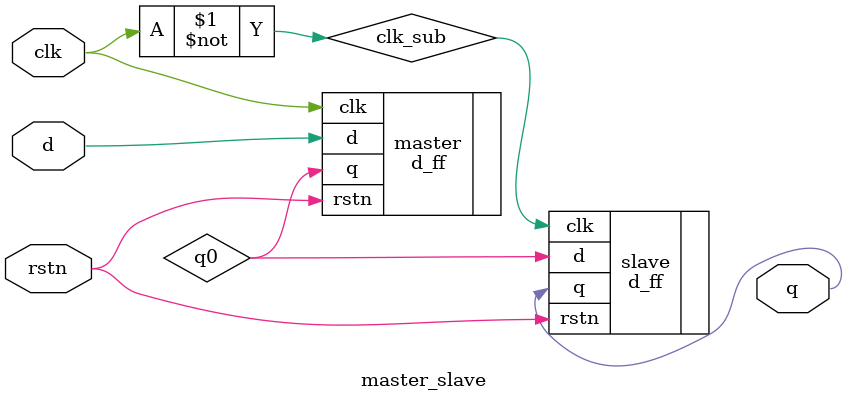
<source format=v>
`timescale 1ns / 1ps


module master_slave(
    input d,
    input clk,
    input rstn,
    output q
    );
wire clk_sub;
wire q0;
assign clk_sub=~clk;
d_ff master(
    .d(d), 
    .clk(clk),
    .rstn(rstn),
    .q(q0)
    );
d_ff slave(
    .d(q0),
    .clk(clk_sub),
    .rstn(rstn),
    .q(q)
    );
 

endmodule

</source>
